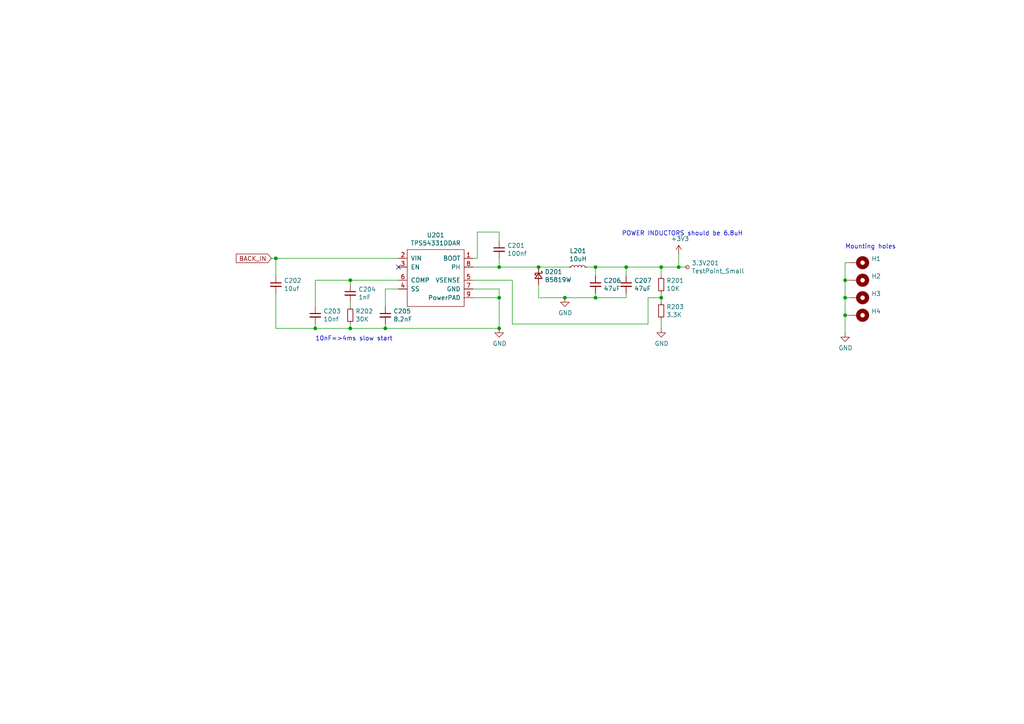
<source format=kicad_sch>
(kicad_sch (version 20230121) (generator eeschema)
  (paper "A4")
  (title_block (title "Power") (date "05/14/2001") (rev "1") (company "VsReality ") (comment 1 "TPS54331 breakout") (comment 2 "DC-DC Converter") (comment 3 "Input 5V - 12V") (comment 4 "Output 3.3V"))
  (lib_symbols
    (symbol "Connector:TestPoint_Small" (pin_numbers hide) (pin_names (offset 0.762) hide)
      (property "Reference" "TP" (at 0 3.81 0))
      (property "Value" "TestPoint_Small" (at 0 2.032 0))
      (symbol "TestPoint_Small_0_1"
        (circle (center 0 0) (radius 0.508))
      )
      (symbol "TestPoint_Small_1_1"
        (pin passive line (at 0 0 90) (length 0) (name "1") (number "1"))
      )
    )
    (symbol "Device:C_Small" (pin_numbers hide) (pin_names (offset 0.254) hide)
      (property "Reference" "C" (at 0.254 1.778 0))
      (property "Value" "C_Small" (at 0.254 -2.032 0))
      (symbol "C_Small_0_1"
        (polyline (pts (xy -1.524 -0.508) (xy 1.524 -0.508)) (stroke (width 0.3302)))
        (polyline (pts (xy -1.524 0.508) (xy 1.524 0.508)) (stroke (width 0.3048)))
      )
      (symbol "C_Small_1_1"
        (pin passive line (at 0 2.54 270) (length 2.032) (name "~") (number "1"))
        (pin passive line (at 0 -2.54 90) (length 2.032) (name "~") (number "2"))
      )
    )
    (symbol "Device:D_Schottky_Small" (pin_numbers hide) (pin_names (offset 0.254) hide)
      (property "Reference" "D" (at -1.27 2.032 0))
      (property "Value" "D_Schottky_Small" (at -7.112 -2.032 0))
      (symbol "D_Schottky_Small_0_1"
        (polyline (pts (xy -0.762 0) (xy 0.762 0)))
        (polyline (pts (xy 0.762 -1.016) (xy -0.762 0) (xy 0.762 1.016) (xy 0.762 -1.016)) (stroke (width 0.254)))
        (polyline (pts (xy -1.27 0.762) (xy -1.27 1.016) (xy -0.762 1.016) (xy -0.762 -1.016) (xy -0.254 -1.016) (xy -0.254 -0.762)) (stroke (width 0.254)))
      )
      (symbol "D_Schottky_Small_1_1"
        (pin passive line (at -2.54 0 0) (length 1.778) (name "K") (number "1"))
        (pin passive line (at 2.54 0 180) (length 1.778) (name "A") (number "2"))
      )
    )
    (symbol "Device:L_Small" (pin_numbers hide) (pin_names (offset 0.254) hide)
      (property "Reference" "L" (at 0.762 1.016 0))
      (property "Value" "L_Small" (at 0.762 -1.016 0))
      (symbol "L_Small_0_1"
        (arc (start 0 -2.032) (mid 0.5058 -1.524) (end 0 -1.016))
        (arc (start 0 -1.016) (mid 0.5058 -0.508) (end 0 0))
        (arc (start 0 0) (mid 0.5058 0.508) (end 0 1.016))
        (arc (start 0 1.016) (mid 0.5058 1.524) (end 0 2.032))
      )
      (symbol "L_Small_1_1"
        (pin passive line (at 0 2.54 270) (length 0.508) (name "~") (number "1"))
        (pin passive line (at 0 -2.54 90) (length 0.508) (name "~") (number "2"))
      )
    )
    (symbol "Device:R_Small" (pin_numbers hide) (pin_names (offset 0.254) hide)
      (property "Reference" "R" (at 0.762 0.508 0))
      (property "Value" "R_Small" (at 0.762 -1.016 0))
      (symbol "R_Small_0_1"
        (rectangle (start -0.762 1.778) (end 0.762 -1.778) (stroke (width 0.2032)))
      )
      (symbol "R_Small_1_1"
        (pin passive line (at 0 2.54 270) (length 0.762) (name "~") (number "1"))
        (pin passive line (at 0 -2.54 90) (length 0.762) (name "~") (number "2"))
      )
    )
    (symbol "Mechanical:MountingHole_Pad" (pin_numbers hide) (pin_names (offset 1.016) hide)
      (property "Reference" "H" (at 0 6.35 0))
      (property "Value" "MountingHole_Pad" (at 0 4.445 0))
      (symbol "MountingHole_Pad_0_1"
        (circle (center 0 1.27) (radius 1.27) (stroke (width 1.27)))
      )
      (symbol "MountingHole_Pad_1_1"
        (pin input line (at 0 -2.54 90) (length 2.54) (name "1") (number "1"))
      )
    )
    (symbol "power:GND" (power) (pin_names (offset 0))
      (property "Value" "GND" (at 0 -3.81 0))
      (symbol "GND_0_1"
        (polyline (pts (xy 0 0) (xy 0 -1.27) (xy 1.27 -1.27) (xy 0 -2.54) (xy -1.27 -1.27) (xy 0 -1.27)))
      )
      (symbol "GND_1_1"
        (pin power_in line (at 0 0 270) (length 0) hide (name "GND") (number "1"))
      )
    )
    (symbol "smart_motor_controller-rescue:+3.3V-power" (power) (pin_names (offset 0))
      (property "Value" "+3.3V-power" (at 0 3.556 0))
      (symbol "+3.3V-power_0_1"
        (polyline (pts (xy -0.762 1.27) (xy 0 2.54)))
        (polyline (pts (xy 0 0) (xy 0 2.54)))
        (polyline (pts (xy 0 2.54) (xy 0.762 1.27)))
      )
      (symbol "+3.3V-power_1_1"
        (pin power_in line (at 0 0 90) (length 0) hide (name "+3V3") (number "1"))
      )
    )
    (symbol "smart_motor_controller-rescue:TPS54331DDAR-VsReality_Symbols" (pin_names (offset 1.016))
      (property "Reference" "U" (at -5.08 7.62 0))
      (property "Value" "VsReality_Symbols_TPS54331DDAR" (at 2.54 -11.43 0))
      (symbol "TPS54331DDAR-VsReality_Symbols_0_1"
        (rectangle (start -5.08 6.35) (end -5.08 6.35))
        (rectangle (start -5.08 6.35) (end 11.43 -10.16))
      )
      (symbol "TPS54331DDAR-VsReality_Symbols_1_1"
        (pin input line (at 13.97 3.81 180) (length 2.54) (name "BOOT") (number "1"))
        (pin input line (at -7.62 3.81 0) (length 2.54) (name "VIN") (number "2"))
        (pin input line (at -7.62 1.27 0) (length 2.54) (name "EN") (number "3"))
        (pin input line (at -7.62 -5.08 0) (length 2.54) (name "SS") (number "4"))
        (pin input line (at 13.97 -2.54 180) (length 2.54) (name "VSENSE") (number "5"))
        (pin input line (at -7.62 -2.54 0) (length 2.54) (name "COMP") (number "6"))
        (pin output line (at 13.97 -5.08 180) (length 2.54) (name "GND") (number "7"))
        (pin output line (at 13.97 1.27 180) (length 2.54) (name "PH") (number "8"))
        (pin output line (at 13.97 -7.62 180) (length 2.54) (name "PowerPAD") (number "9"))
      )
    )
  )
  (junction (at 196.85 77.47))
  (junction (at 172.72 77.47))
  (junction (at 245.11 81.28))
  (junction (at 172.72 86.36))
  (junction (at 80.01 74.93))
  (junction (at 144.78 86.36))
  (junction (at 191.77 77.47))
  (junction (at 101.6 95.25))
  (junction (at 163.83 86.36))
  (junction (at 245.11 86.36))
  (junction (at 181.61 77.47))
  (junction (at 191.77 86.36))
  (junction (at 156.21 77.47))
  (junction (at 144.78 95.25))
  (junction (at 111.76 95.25))
  (junction (at 91.44 95.25))
  (junction (at 245.11 91.44))
  (junction (at 101.6 81.28))
  (junction (at 144.78 77.47))
  (no_connect (at 115.57 77.47))
  (wire (pts (xy 111.76 93.98) (xy 111.76 95.25)))
  (wire (pts (xy 101.6 93.98) (xy 101.6 95.25)))
  (wire (pts (xy 181.61 77.47) (xy 191.77 77.47)))
  (wire (pts (xy 170.18 77.47) (xy 172.72 77.47)))
  (wire (pts (xy 115.57 83.82) (xy 111.76 83.82)))
  (wire (pts (xy 80.01 74.93) (xy 80.01 80.01)))
  (wire (pts (xy 172.72 77.47) (xy 172.72 80.01)))
  (wire (pts (xy 111.76 95.25) (xy 144.78 95.25)))
  (wire (pts (xy 191.77 86.36) (xy 187.96 86.36)))
  (wire (pts (xy 101.6 87.63) (xy 101.6 88.9)))
  (wire (pts (xy 144.78 67.31) (xy 144.78 69.85)))
  (wire (pts (xy 137.16 86.36) (xy 144.78 86.36)))
  (wire (pts (xy 137.16 81.28) (xy 148.59 81.28)))
  (wire (pts (xy 245.11 91.44) (xy 245.11 96.52)))
  (wire (pts (xy 111.76 83.82) (xy 111.76 88.9)))
  (wire (pts (xy 101.6 95.25) (xy 111.76 95.25)))
  (wire (pts (xy 196.85 77.47) (xy 196.85 73.66)))
  (wire (pts (xy 156.21 77.47) (xy 165.1 77.47)))
  (wire (pts (xy 172.72 86.36) (xy 181.61 86.36)))
  (wire (pts (xy 144.78 86.36) (xy 144.78 95.25)))
  (wire (pts (xy 163.83 86.36) (xy 172.72 86.36)))
  (wire (pts (xy 196.85 77.47) (xy 199.39 77.47)))
  (wire (pts (xy 156.21 86.36) (xy 163.83 86.36)))
  (wire (pts (xy 191.77 86.36) (xy 191.77 87.63)))
  (wire (pts (xy 138.43 74.93) (xy 138.43 67.31)))
  (wire (pts (xy 172.72 85.09) (xy 172.72 86.36)))
  (wire (pts (xy 137.16 83.82) (xy 144.78 83.82)))
  (wire (pts (xy 80.01 74.93) (xy 78.74 74.93)))
  (wire (pts (xy 101.6 82.55) (xy 101.6 81.28)))
  (wire (pts (xy 80.01 95.25) (xy 91.44 95.25)))
  (wire (pts (xy 137.16 77.47) (xy 144.78 77.47)))
  (wire (pts (xy 91.44 88.9) (xy 91.44 81.28)))
  (wire (pts (xy 148.59 81.28) (xy 148.59 93.98)))
  (wire (pts (xy 191.77 77.47) (xy 196.85 77.47)))
  (wire (pts (xy 181.61 77.47) (xy 181.61 80.01)))
  (wire (pts (xy 101.6 81.28) (xy 115.57 81.28)))
  (wire (pts (xy 91.44 95.25) (xy 101.6 95.25)))
  (wire (pts (xy 91.44 81.28) (xy 101.6 81.28)))
  (wire (pts (xy 156.21 82.55) (xy 156.21 86.36)))
  (wire (pts (xy 91.44 93.98) (xy 91.44 95.25)))
  (wire (pts (xy 245.11 81.28) (xy 245.11 86.36)))
  (wire (pts (xy 245.11 76.2) (xy 245.11 81.28)))
  (wire (pts (xy 246.38 91.44) (xy 245.11 91.44)))
  (wire (pts (xy 172.72 77.47) (xy 181.61 77.47)))
  (wire (pts (xy 80.01 85.09) (xy 80.01 95.25)))
  (wire (pts (xy 144.78 74.93) (xy 144.78 77.47)))
  (wire (pts (xy 246.38 76.2) (xy 245.11 76.2)))
  (wire (pts (xy 245.11 86.36) (xy 245.11 91.44)))
  (wire (pts (xy 138.43 67.31) (xy 144.78 67.31)))
  (wire (pts (xy 246.38 81.28) (xy 245.11 81.28)))
  (wire (pts (xy 80.01 74.93) (xy 115.57 74.93)))
  (wire (pts (xy 191.77 85.09) (xy 191.77 86.36)))
  (wire (pts (xy 144.78 83.82) (xy 144.78 86.36)))
  (wire (pts (xy 137.16 74.93) (xy 138.43 74.93)))
  (wire (pts (xy 181.61 86.36) (xy 181.61 85.09)))
  (wire (pts (xy 191.77 95.25) (xy 191.77 92.71)))
  (wire (pts (xy 246.38 86.36) (xy 245.11 86.36)))
  (wire (pts (xy 148.59 93.98) (xy 187.96 93.98)))
  (wire (pts (xy 144.78 77.47) (xy 156.21 77.47)))
  (wire (pts (xy 187.96 86.36) (xy 187.96 93.98)))
  (wire (pts (xy 191.77 77.47) (xy 191.77 80.01)))
  (text "Mounting holes" (at 245.11 72.39 0) (effects (font (size 1.27 1.27)) (justify left bottom)))
  (text "POWER INDUCTORS should be 6.8uH" (at 180.34 68.58 0) (effects (font (size 1.27 1.27)) (justify left bottom)))
  (text "10nF=>4ms slow start" (at 91.44 99.06 0) (effects (font (size 1.27 1.27)) (justify left bottom)))
  (global_label "BACK_IN" (shape input) (at 78.74 74.93 180) (property "Intersheetrefs" "${INTERSHEET_REFS}" (effects hide)))
  (symbol (lib_id "smart_motor_controller-rescue:TPS54331DDAR-VsReality_Symbols") (at 123.19 78.74 0) (unit 1)
    (property "Reference" "U201" (at 126.365 68.199 0))
    (property "Value" "TPS54331DDAR" (at 126.365 70.5104 0))
    (property "Footprint" "Package_SO:HSOP-8-1EP_3.9x4.9mm_P1.27mm_EP2.41x3.1mm_ThermalVias" (effects hide))
    (property "LCSC Part #" "C90761" (effects hide))
  )
  (symbol (lib_id "power:GND") (at 144.78 95.25 0) (unit 1)
    (property "Reference" "#PWR0203" (effects hide))
    (property "Value" "GND" (at 144.907 99.6442 0))
  )
  (symbol (lib_id "smart_motor_controller-rescue:+3.3V-power") (at 196.85 73.66 0) (unit 1)
    (property "Reference" "#PWR0201" (effects hide))
    (property "Value" "+3.3V" (at 197.231 69.2658 0))
  )
  (symbol (lib_id "Connector:TestPoint_Small") (at 199.39 77.47 0) (unit 1)
    (property "Reference" "3.3V201" (at 200.6092 76.3016 0) (effects (justify left)))
    (property "Value" "TestPoint_Small" (at 200.6092 78.613 0) (effects (justify left)))
    (property "Footprint" "TestPoint:TestPoint_Pad_D1.5mm" (effects hide))
  )
  (symbol (lib_id "Device:C_Small") (at 144.78 72.39 0) (unit 1)
    (property "Reference" "C201" (at 147.1168 71.2216 0) (effects (justify left)))
    (property "Value" "100nf" (at 147.1168 73.533 0) (effects (justify left)))
    (property "Footprint" "Capacitor_SMD:C_0402_1005Metric" (effects hide))
    (property "LCSC Part #" "C1525" (effects hide))
  )
  (symbol (lib_id "Device:C_Small") (at 80.01 82.55 0) (unit 1)
    (property "Reference" "C202" (at 82.3468 81.3816 0) (effects (justify left)))
    (property "Value" "10uf" (at 82.3468 83.693 0) (effects (justify left)))
    (property "Footprint" "Capacitor_SMD:C_1206_3216Metric" (effects hide))
    (property "LCSC Part #" "C13585" (effects hide))
  )
  (symbol (lib_id "Device:D_Schottky_Small") (at 156.21 80.01 270) (unit 1)
    (property "Reference" "D201" (at 157.988 78.8416 90) (effects (justify left)))
    (property "Value" "B5819W" (at 157.988 81.153 90) (effects (justify left)))
    (property "Footprint" "Diode_SMD:D_SOD-123" (effects hide))
    (property "LCSC Part #" "C8598" (effects hide))
  )
  (symbol (lib_id "power:GND") (at 163.83 86.36 0) (unit 1)
    (property "Reference" "#PWR0202" (effects hide))
    (property "Value" "GND" (at 163.957 90.7542 0))
  )
  (symbol (lib_id "Device:L_Small") (at 167.64 77.47 90) (unit 1)
    (property "Reference" "L201" (at 167.64 72.771 90))
    (property "Value" "10uH" (at 167.64 75.0824 90))
    (property "Footprint" "Inductor_SMD:L_Sunlord_MWSA0518_5.4x5.2mm" (effects hide))
    (property "LCSC Part #" "C139506" (effects hide))
  )
  (symbol (lib_id "Device:R_Small") (at 191.77 82.55 0) (unit 1)
    (property "Reference" "R201" (at 193.2686 81.3816 0) (effects (justify left)))
    (property "Value" "10K" (at 193.2686 83.693 0) (effects (justify left)))
    (property "Footprint" "Resistor_SMD:R_0402_1005Metric" (effects hide))
    (property "LCSC Part #" "C25744" (effects hide))
  )
  (symbol (lib_id "Device:R_Small") (at 191.77 90.17 0) (unit 1)
    (property "Reference" "R203" (at 193.2686 89.0016 0) (effects (justify left)))
    (property "Value" "3.3K" (at 193.2686 91.313 0) (effects (justify left)))
    (property "Footprint" "Resistor_SMD:R_0402_1005Metric" (effects hide))
    (property "LCSC Part #" "C25890" (effects hide))
  )
  (symbol (lib_id "Device:C_Small") (at 111.76 91.44 0) (unit 1)
    (property "Reference" "C205" (at 114.0968 90.2716 0) (effects (justify left)))
    (property "Value" "8.2nF" (at 114.0968 92.583 0) (effects (justify left)))
    (property "Footprint" "Capacitor_SMD:C_0603_1608Metric" (effects hide))
    (property "LCSC Part #" "C27920" (effects hide))
  )
  (symbol (lib_id "Device:C_Small") (at 101.6 85.09 0) (unit 1)
    (property "Reference" "C204" (at 103.9368 83.9216 0) (effects (justify left)))
    (property "Value" "1nF" (at 103.9368 86.233 0) (effects (justify left)))
    (property "Footprint" "Capacitor_SMD:C_0402_1005Metric" (effects hide))
    (property "LCSC Part #" "C1523" (effects hide))
  )
  (symbol (lib_id "Device:C_Small") (at 91.44 91.44 0) (unit 1)
    (property "Reference" "C203" (at 93.7768 90.2716 0) (effects (justify left)))
    (property "Value" "10nf" (at 93.7768 92.583 0) (effects (justify left)))
    (property "Footprint" "Capacitor_SMD:C_0603_1608Metric" (effects hide))
    (property "LCSC Part #" "C57112" (effects hide))
  )
  (symbol (lib_id "Device:R_Small") (at 101.6 91.44 0) (unit 1)
    (property "Reference" "R202" (at 103.0986 90.2716 0) (effects (justify left)))
    (property "Value" "30K" (at 103.0986 92.583 0) (effects (justify left)))
    (property "Footprint" "Resistor_SMD:R_0603_1608Metric" (effects hide))
    (property "LCSC Part #" "C22984" (effects hide))
  )
  (symbol (lib_id "Device:C_Small") (at 172.72 82.55 0) (unit 1)
    (property "Reference" "C206" (at 175.0568 81.3816 0) (effects (justify left)))
    (property "Value" "47uF" (at 175.0568 83.693 0) (effects (justify left)))
    (property "Footprint" "Capacitor_SMD:C_1206_3216Metric" (effects hide))
    (property "LCSC Part #" "C96123" (effects hide))
  )
  (symbol (lib_id "Device:C_Small") (at 181.61 82.55 0) (unit 1)
    (property "Reference" "C207" (at 183.9468 81.3816 0) (effects (justify left)))
    (property "Value" "47uF" (at 183.9468 83.693 0) (effects (justify left)))
    (property "Footprint" "Capacitor_SMD:C_1206_3216Metric" (effects hide))
    (property "LCSC Part #" "C96123" (effects hide))
  )
  (symbol (lib_id "power:GND") (at 191.77 95.25 0) (unit 1)
    (property "Reference" "#PWR0204" (effects hide))
    (property "Value" "GND" (at 191.897 99.6442 0))
  )
  (symbol (lib_id "Mechanical:MountingHole_Pad") (at 248.92 91.44 270) (unit 1)
    (property "Reference" "H4" (at 252.73 90.2716 90) (effects (justify left)))
    (property "Value" "MountingHole_Pad" (effects hide))
    (property "Footprint" "MountingHole:MountingHole_3.2mm_M3_DIN965_Pad" (effects hide))
    (instances (project "smart_motor_controller" (path "" (reference "H4") (unit 1)) (path "" (reference "H204") (unit 1))))
  )
  (symbol (lib_id "power:GND") (at 245.11 96.52 0) (unit 1)
    (property "Reference" "#PWR018" (effects hide))
    (property "Value" "GND" (at 245.237 100.9142 0))
    (instances (project "smart_motor_controller" (path "" (reference "#PWR018") (unit 1)) (path "" (reference "#PWR0205") (unit 1))))
  )
  (symbol (lib_id "Mechanical:MountingHole_Pad") (at 248.92 81.28 270) (unit 1)
    (property "Reference" "H2" (at 252.73 80.1116 90) (effects (justify left)))
    (property "Value" "MountingHole_Pad" (effects hide))
    (property "Footprint" "MountingHole:MountingHole_3.2mm_M3_DIN965_Pad" (effects hide))
    (instances (project "smart_motor_controller" (path "" (reference "H2") (unit 1)) (path "" (reference "H202") (unit 1))))
  )
  (symbol (lib_id "Mechanical:MountingHole_Pad") (at 248.92 76.2 270) (unit 1)
    (property "Reference" "H1" (at 252.73 75.0316 90) (effects (justify left)))
    (property "Value" "MountingHole_Pad" (effects hide))
    (property "Footprint" "MountingHole:MountingHole_3.2mm_M3_DIN965_Pad" (effects hide))
    (instances (project "smart_motor_controller" (path "" (reference "H1") (unit 1)) (path "" (reference "H201") (unit 1))))
  )
  (symbol (lib_id "Mechanical:MountingHole_Pad") (at 248.92 86.36 270) (unit 1)
    (property "Reference" "H3" (at 252.73 85.1916 90) (effects (justify left)))
    (property "Value" "MountingHole_Pad" (effects hide))
    (property "Footprint" "MountingHole:MountingHole_3.2mm_M3_DIN965_Pad" (effects hide))
    (instances (project "smart_motor_controller" (path "" (reference "H3") (unit 1)) (path "" (reference "H203") (unit 1))))
  )
)
</source>
